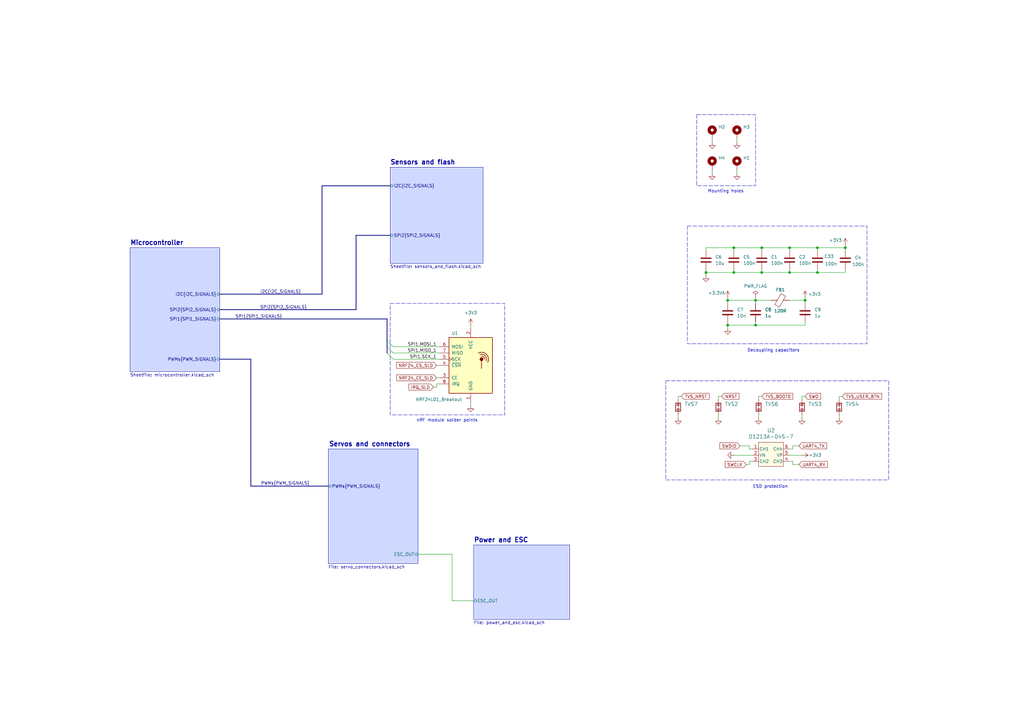
<source format=kicad_sch>
(kicad_sch (version 20250114) (generator "eeschema") (generator_version "9.0")
  (paper "A3")
  (lib_symbols
    (symbol "Device:C" (pin_numbers (hide yes)) (pin_names (offset 0.254))
      (property "Reference" "C" (at 0.635 2.54 0))
      (property "Value" "C" (at 0.635 -2.54 0))
      (symbol "C_0_1"
        (polyline (pts (xy -2.032 0.762) (xy 2.032 0.762)) (stroke (width 0.508)))
        (polyline (pts (xy -2.032 -0.762) (xy 2.032 -0.762)) (stroke (width 0.508)))
      )
      (symbol "C_1_1"
        (pin passive line (at 0 3.81 270) (length 2.794) (name "~") (number "1"))
        (pin passive line (at 0 -3.81 90) (length 2.794) (name "~") (number "2"))
      )
    )
    (symbol "Device:FerriteBead" (pin_numbers (hide yes)) (pin_names (offset 0))
      (property "Reference" "FB" (at -3.81 0.635 90))
      (property "Value" "FerriteBead" (at 3.81 0 90))
      (symbol "FerriteBead_0_1"
        (polyline (pts (xy -2.7686 0.4064) (xy -1.7018 2.2606) (xy 2.7686 -0.3048) (xy 1.6764 -2.159) (xy -2.7686 0.4064)))
        (polyline (pts (xy 0 1.27) (xy 0 1.2954)))
        (polyline (pts (xy 0 -1.27) (xy 0 -1.2192)))
      )
      (symbol "FerriteBead_1_1"
        (pin passive line (at 0 3.81 270) (length 2.54) (name "~") (number "1"))
        (pin passive line (at 0 -3.81 90) (length 2.54) (name "~") (number "2"))
      )
    )
    (symbol "Mechanical:MountingHole_Pad" (pin_numbers (hide yes)) (pin_names (offset 1.016) (hide yes)) (in_bom no)
      (property "Reference" "H" (at 0 6.35 0))
      (property "Value" "MountingHole_Pad" (at 0 4.445 0))
      (symbol "MountingHole_Pad_0_1"
        (circle (center 0 1.27) (radius 1.27) (stroke (width 1.27)))
      )
      (symbol "MountingHole_Pad_1_1"
        (pin input line (at 0 -2.54 90) (length 2.54) (name "1") (number "1"))
      )
    )
    (symbol "RF:NRF24L01_Breakout" (pin_names (offset 1.016))
      (property "Reference" "U" (at -8.89 12.7 0))
      (property "Value" "NRF24L01_Breakout" (at 3.81 12.7 0))
      (symbol "NRF24L01_Breakout_0_1"
        (rectangle (start -8.89 11.43) (end 8.89 -11.43) (stroke (width 0.254)) (fill (type background)))
        (arc (start 3.175 5.08) (mid 6.453 4.548) (end 6.985 1.27) (stroke (width 0.254)))
        (circle (center 4.445 2.54) (radius 0.635) (stroke (width 0.254)) (fill (type outline)))
        (polyline (pts (xy 4.445 1.905) (xy 4.445 -1.27)) (stroke (width 0.254)))
        (arc (start 3.81 4.445) (mid 5.8835 3.9785) (end 6.35 1.905) (stroke (width 0.254)))
        (arc (start 4.445 3.81) (mid 5.3558 3.4508) (end 5.715 2.54) (stroke (width 0.254)))
      )
      (symbol "NRF24L01_Breakout_1_1"
        (pin input line (at -12.7 7.62 0) (length 3.81) (name "MOSI") (number "6"))
        (pin output line (at -12.7 5.08 0) (length 3.81) (name "MISO") (number "7"))
        (pin input clock (at -12.7 2.54 0) (length 3.81) (name "SCK") (number "5"))
        (pin input line (at -12.7 0 0) (length 3.81) (name "~{CSN}") (number "4"))
        (pin input line (at -12.7 -5.08 0) (length 3.81) (name "CE") (number "3"))
        (pin output line (at -12.7 -7.62 0) (length 3.81) (name "IRQ") (number "8"))
        (pin power_in line (at 0 15.24 270) (length 3.81) (name "VCC") (number "2"))
        (pin power_in line (at 0 -15.24 90) (length 3.81) (name "GND") (number "1"))
      )
    )
    (symbol "gambos-symbols:D1213A-04S-7" (pin_names (offset 0.254))
      (property "Reference" "U" (at 15.24 -20.066 0))
      (property "Value" "D1213A-04S-7" (at 16.256 -33.274 0))
      (symbol "D1213A-04S-7_0_1"
        (pin power_in line (at 7.62 -26.67 0) (length 2.54) (name "VN") (number "2"))
        (pin power_in line (at 22.86 -26.67 180) (length 2.54) (name "VP") (number "5"))
      )
      (symbol "D1213A-04S-7_1_1"
        (rectangle (start 10.16 -21.336) (end 20.32 -31.242) (fill (type color) (color 255 252 229 1)))
        (pin passive line (at 7.62 -24.13 0) (length 2.54) (name "CH1") (number "1"))
        (pin passive line (at 7.62 -29.21 0) (length 2.54) (name "CH2") (number "3"))
        (pin passive line (at 22.86 -24.13 180) (length 2.54) (name "CH4") (number "6"))
        (pin passive line (at 22.86 -29.21 180) (length 2.54) (name "CH3") (number "4"))
      )
    )
    (symbol "gambos-symbols:DESD5V0U1BA-7" (pin_numbers (hide yes)) (pin_names (offset 0.254))
      (property "Reference" "TVS" (at 11.938 2.54 0))
      (property "Value" "DESD5V0U1BA-7" (at 12.446 -4.826 0))
      (symbol "DESD5V0U1BA-7_0_1"
        (polyline (pts (xy 10.414 0) (xy 10.922 0)) (stroke (width 0.127)))
        (polyline (pts (xy 10.414 -1.016) (xy 13.716 -1.016)) (stroke (width 0.254)))
        (polyline (pts (xy 10.922 0.508) (xy 10.668 0.762)) (stroke (width 0.127)))
        (polyline (pts (xy 10.922 0) (xy 11.43 0.508)) (stroke (width 0.127)))
        (polyline (pts (xy 10.922 -0.508) (xy 10.922 0.508)) (stroke (width 0.127)))
        (polyline (pts (xy 10.922 -0.508) (xy 11.176 -0.762)) (stroke (width 0.127)))
        (polyline (pts (xy 11.43 0.508) (xy 11.43 -0.508)) (stroke (width 0.127)))
        (polyline (pts (xy 11.43 -0.508) (xy 10.922 0)) (stroke (width 0.127)))
        (polyline (pts (xy 12.7 0.508) (xy 12.7 -0.508)) (stroke (width 0.127)))
        (polyline (pts (xy 12.7 0.508) (xy 13.208 0)) (stroke (width 0.127)))
        (polyline (pts (xy 12.7 0) (xy 11.43 0)) (stroke (width 0.127)))
        (polyline (pts (xy 13.208 0.508) (xy 12.954 0.762)) (stroke (width 0.127)))
        (polyline (pts (xy 13.208 0.508) (xy 13.208 -0.508)) (stroke (width 0.127)))
        (polyline (pts (xy 13.208 0) (xy 12.7 -0.508)) (stroke (width 0.127)))
        (polyline (pts (xy 13.208 0) (xy 13.716 0)) (stroke (width 0.127)))
        (polyline (pts (xy 13.208 -0.508) (xy 13.462 -0.762)) (stroke (width 0.127)))
        (polyline (pts (xy 13.716 1.016) (xy 10.414 1.016)) (stroke (width 0.254)))
        (polyline (pts (xy 13.716 -1.016) (xy 13.716 1.016)) (stroke (width 0.254)))
      )
      (symbol "DESD5V0U1BA-7_1_1"
        (polyline (pts (xy 10.414 1.016) (xy 10.414 -1.016)) (stroke (width 0.254)))
        (pin passive line (at 8.89 0 0) (length 2.54) (name "") (number "1"))
        (pin passive line (at 15.24 0 180) (length 2.54) (name "") (number "2"))
      )
    )
    (symbol "power:+3.3VA" (power) (pin_numbers (hide yes)) (pin_names (offset 0) (hide yes))
      (property "Value" "+3.3VA" (at 0 3.556 0))
      (symbol "+3.3VA_0_1"
        (polyline (pts (xy -0.762 1.27) (xy 0 2.54)))
        (polyline (pts (xy 0 2.54) (xy 0.762 1.27)))
        (polyline (pts (xy 0 0) (xy 0 2.54)))
      )
      (symbol "+3.3VA_1_1"
        (pin power_in line (at 0 0 90) (length 0) (name "~") (number "1"))
      )
    )
    (symbol "power:+3V3" (power) (pin_numbers (hide yes)) (pin_names (offset 0) (hide yes))
      (property "Value" "+3V3" (at 0 3.556 0))
      (symbol "+3V3_0_1"
        (polyline (pts (xy -0.762 1.27) (xy 0 2.54)))
        (polyline (pts (xy 0 2.54) (xy 0.762 1.27)))
        (polyline (pts (xy 0 0) (xy 0 2.54)))
      )
      (symbol "+3V3_1_1"
        (pin power_in line (at 0 0 90) (length 0) (name "~") (number "1"))
      )
    )
    (symbol "power:GND" (power) (pin_numbers (hide yes)) (pin_names (offset 0) (hide yes))
      (property "Value" "GND" (at 0 -3.81 0))
      (symbol "GND_0_1"
        (polyline (pts (xy 0 0) (xy 0 -1.27) (xy 1.27 -1.27) (xy 0 -2.54) (xy -1.27 -1.27) (xy 0 -1.27)))
      )
      (symbol "GND_1_1"
        (pin power_in line (at 0 0 270) (length 0) (name "~") (number "1"))
      )
    )
    (symbol "power:PWR_FLAG" (power) (pin_numbers (hide yes)) (pin_names (offset 0) (hide yes))
      (property "Value" "PWR_FLAG" (at 0 3.81 0))
      (symbol "PWR_FLAG_0_0"
        (pin power_out line (at 0 0 90) (length 0) (name "~") (number "1"))
      )
      (symbol "PWR_FLAG_0_1"
        (polyline (pts (xy 0 0) (xy 0 1.27) (xy -1.016 1.905) (xy 0 2.54) (xy 1.016 1.905) (xy 0 1.27)))
      )
    )
  )
  (bus_alias "I2C_SIGNALS" (members "SDA" "SCL"))
  (bus_alias "PWM_SIGNALS" (members "SERVO1_IN" "SERVO2_IN" "SERVO3_IN" "SERVO4_IN" "SERVO5_IN" "ESC_IN"))
  (bus_alias "SPI1_SIGNALS" (members "MOSI_1" "MISO_1" "SCK_1"))
  (rectangle (start 273.05 156.21) (end 364.49 196.85) (stroke (width 0) (type dash)))
  (rectangle (start 285.75 46.99) (end 309.88 76.2) (stroke (width 0) (type dash)))
  (rectangle (start 281.94 92.71) (end 355.6 140.97) (stroke (width 0) (type dash)))
  (rectangle (start 160.02 124.46) (end 207.01 170.18) (stroke (width 0) (type dash)))
  (text "ESD protection" (at 315.976 199.644 0) (effects (font (size 1.27 1.27) (thickness 0.1588))))
  (text "Mounting holes" (at 297.688 78.486 0) (effects (font (size 1.27 1.27))))
  (text "nRF module solder points" (at 183.388 172.466 0) (effects (font (size 1.27 1.27))))
  (text "Decoupling capacitors" (at 317.246 143.764 0) (effects (font (size 1.27 1.27) (thickness 0.1588))))
  (junction (at 300.99 111.76))
  (junction (at 330.2 123.19))
  (junction (at 346.71 101.6))
  (junction (at 289.56 111.76))
  (junction (at 300.99 101.6))
  (junction (at 335.28 111.76))
  (junction (at 298.45 123.19))
  (junction (at 335.28 101.6))
  (junction (at 309.88 123.19))
  (junction (at 323.85 101.6))
  (junction (at 298.45 133.35))
  (junction (at 312.42 111.76))
  (junction (at 309.88 133.35))
  (junction (at 312.42 101.6))
  (junction (at 323.85 111.76))
  (bus_entry (at 158.75 144.78) (size 2.54 2.54))
  (bus_entry (at 158.75 142.24) (size 2.54 2.54))
  (bus_entry (at 158.75 139.7) (size 2.54 2.54))
  (bus (pts (xy 90.17 127) (xy 146.05 127)))
  (wire (pts (xy 300.99 101.6) (xy 312.42 101.6)))
  (wire (pts (xy 307.34 184.15) (xy 307.34 182.88)))
  (wire (pts (xy 323.85 110.49) (xy 323.85 111.76)))
  (wire (pts (xy 289.56 101.6) (xy 300.99 101.6)))
  (wire (pts (xy 300.99 111.76) (xy 312.42 111.76)))
  (wire (pts (xy 161.29 142.24) (xy 180.34 142.24)))
  (wire (pts (xy 309.88 132.08) (xy 309.88 133.35)))
  (wire (pts (xy 300.99 110.49) (xy 300.99 111.76)))
  (wire (pts (xy 179.07 149.86) (xy 180.34 149.86)))
  (wire (pts (xy 311.15 170.18) (xy 311.15 171.45)))
  (wire (pts (xy 302.26 71.12) (xy 302.26 69.85)))
  (wire (pts (xy 289.56 110.49) (xy 289.56 111.76)))
  (wire (pts (xy 289.56 111.76) (xy 289.56 113.03)))
  (wire (pts (xy 330.2 132.08) (xy 330.2 133.35)))
  (wire (pts (xy 294.64 162.56) (xy 295.91 162.56)))
  (wire (pts (xy 193.04 165.1) (xy 193.04 166.37)))
  (bus (pts (xy 132.08 76.2) (xy 132.08 120.65)))
  (wire (pts (xy 292.1 58.42) (xy 292.1 57.15)))
  (bus (pts (xy 146.05 96.52) (xy 160.02 96.52)))
  (wire (pts (xy 325.12 189.23) (xy 323.85 189.23)))
  (wire (pts (xy 292.1 71.12) (xy 292.1 69.85)))
  (wire (pts (xy 330.2 121.92) (xy 330.2 123.19)))
  (wire (pts (xy 325.12 182.88) (xy 325.12 184.15)))
  (wire (pts (xy 161.29 144.78) (xy 180.34 144.78)))
  (bus (pts (xy 158.75 139.7) (xy 158.75 142.24)))
  (wire (pts (xy 309.88 133.35) (xy 330.2 133.35)))
  (wire (pts (xy 344.17 162.56) (xy 344.17 163.83)))
  (wire (pts (xy 325.12 190.5) (xy 325.12 189.23)))
  (bus (pts (xy 90.17 130.81) (xy 158.75 130.81)))
  (wire (pts (xy 185.42 246.38) (xy 194.31 246.38)))
  (wire (pts (xy 300.99 101.6) (xy 300.99 102.87)))
  (wire (pts (xy 309.88 123.19) (xy 316.23 123.19)))
  (wire (pts (xy 309.88 123.19) (xy 309.88 124.46)))
  (bus (pts (xy 160.02 76.2) (xy 132.08 76.2)))
  (wire (pts (xy 185.42 246.38) (xy 185.42 227.33)))
  (wire (pts (xy 346.71 110.49) (xy 346.71 111.76)))
  (wire (pts (xy 302.26 58.42) (xy 302.26 57.15)))
  (bus (pts (xy 146.05 127) (xy 146.05 96.52)))
  (wire (pts (xy 306.07 190.5) (xy 307.34 190.5)))
  (wire (pts (xy 308.61 186.69) (xy 300.99 186.69)))
  (wire (pts (xy 323.85 101.6) (xy 323.85 102.87)))
  (bus (pts (xy 102.87 147.32) (xy 102.87 199.39)))
  (wire (pts (xy 298.45 124.46) (xy 298.45 123.19)))
  (wire (pts (xy 323.85 186.69) (xy 328.93 186.69)))
  (bus (pts (xy 90.17 147.32) (xy 102.87 147.32)))
  (wire (pts (xy 177.8 158.75) (xy 179.07 158.75)))
  (wire (pts (xy 298.45 133.35) (xy 298.45 132.08)))
  (wire (pts (xy 179.07 154.94) (xy 180.34 154.94)))
  (wire (pts (xy 328.93 162.56) (xy 328.93 163.83)))
  (wire (pts (xy 193.04 133.35) (xy 193.04 134.62)))
  (wire (pts (xy 298.45 133.35) (xy 298.45 134.62)))
  (wire (pts (xy 325.12 190.5) (xy 327.66 190.5)))
  (wire (pts (xy 294.64 170.18) (xy 294.64 171.45)))
  (wire (pts (xy 303.53 182.88) (xy 307.34 182.88)))
  (wire (pts (xy 309.88 133.35) (xy 298.45 133.35)))
  (wire (pts (xy 335.28 101.6) (xy 335.28 102.87)))
  (wire (pts (xy 323.85 111.76) (xy 335.28 111.76)))
  (wire (pts (xy 307.34 189.23) (xy 308.61 189.23)))
  (wire (pts (xy 344.17 170.18) (xy 344.17 171.45)))
  (wire (pts (xy 328.93 170.18) (xy 328.93 171.45)))
  (wire (pts (xy 323.85 123.19) (xy 330.2 123.19)))
  (wire (pts (xy 179.07 157.48) (xy 180.34 157.48)))
  (wire (pts (xy 298.45 121.92) (xy 298.45 123.19)))
  (wire (pts (xy 312.42 162.56) (xy 311.15 162.56)))
  (bus (pts (xy 102.87 199.39) (xy 134.62 199.39)))
  (wire (pts (xy 289.56 102.87) (xy 289.56 101.6)))
  (wire (pts (xy 346.71 100.33) (xy 346.71 101.6)))
  (wire (pts (xy 294.64 162.56) (xy 294.64 163.83)))
  (wire (pts (xy 161.29 147.32) (xy 180.34 147.32)))
  (wire (pts (xy 185.42 227.33) (xy 171.45 227.33)))
  (wire (pts (xy 335.28 110.49) (xy 335.28 111.76)))
  (wire (pts (xy 309.88 121.92) (xy 309.88 123.19)))
  (wire (pts (xy 335.28 101.6) (xy 346.71 101.6)))
  (wire (pts (xy 179.07 158.75) (xy 179.07 157.48)))
  (wire (pts (xy 312.42 101.6) (xy 312.42 102.87)))
  (wire (pts (xy 346.71 102.87) (xy 346.71 101.6)))
  (wire (pts (xy 323.85 101.6) (xy 335.28 101.6)))
  (wire (pts (xy 278.13 162.56) (xy 278.13 163.83)))
  (wire (pts (xy 308.61 184.15) (xy 307.34 184.15)))
  (wire (pts (xy 325.12 182.88) (xy 327.66 182.88)))
  (wire (pts (xy 328.93 162.56) (xy 330.2 162.56)))
  (bus (pts (xy 158.75 142.24) (xy 158.75 144.78)))
  (bus (pts (xy 158.75 130.81) (xy 158.75 139.7)))
  (bus (pts (xy 90.17 120.65) (xy 132.08 120.65)))
  (wire (pts (xy 346.71 111.76) (xy 335.28 111.76)))
  (wire (pts (xy 298.45 123.19) (xy 309.88 123.19)))
  (wire (pts (xy 330.2 123.19) (xy 330.2 124.46)))
  (wire (pts (xy 312.42 111.76) (xy 323.85 111.76)))
  (wire (pts (xy 289.56 111.76) (xy 300.99 111.76)))
  (wire (pts (xy 312.42 101.6) (xy 323.85 101.6)))
  (wire (pts (xy 311.15 162.56) (xy 311.15 163.83)))
  (wire (pts (xy 312.42 110.49) (xy 312.42 111.76)))
  (wire (pts (xy 278.13 162.56) (xy 279.4 162.56)))
  (wire (pts (xy 344.17 162.56) (xy 345.44 162.56)))
  (wire (pts (xy 307.34 190.5) (xy 307.34 189.23)))
  (wire (pts (xy 278.13 170.18) (xy 278.13 171.45)))
  (wire (pts (xy 325.12 184.15) (xy 323.85 184.15)))
  (label "SPI1.MOSI_1" (at 179.07 142.24 180))
  (label "SPI1.SCK_1" (at 179.07 147.32 180))
  (label "I2C{I2C_SIGNALS}" (at 106.68 120.65 0))
  (label "PWMs{PWM_SIGNALS}" (at 106.9782 199.2257 0))
  (label "SPI1{SPI1_SIGNALS}" (at 96.52 130.81 0))
  (label "SPI1.MISO_1" (at 179.07 144.78 180))
  (label "SPI2{SPI2_SIGNALS}" (at 106.68 127 0))
  (global_label "SWO" (shape input) (at 330.2 162.56 0) (property "Intersheetrefs" "${INTERSHEET_REFS}" (effects (hide yes))))
  (global_label "NRF24_CE_SLD" (shape input) (at 179.07 154.94 180) (property "Intersheetrefs" "${INTERSHEET_REFS}" (effects (hide yes))))
  (global_label "SWCLK" (shape input) (at 306.07 190.5 180) (property "Intersheetrefs" "${INTERSHEET_REFS}" (effects (hide yes))))
  (global_label "TVS_BOOT0" (shape input) (at 312.42 162.56 0) (property "Intersheetrefs" "${INTERSHEET_REFS}" (effects (hide yes))))
  (global_label "NRST" (shape input) (at 295.91 162.56 0) (property "Intersheetrefs" "${INTERSHEET_REFS}" (effects (hide yes))))
  (global_label "IRQ_SLD" (shape input) (at 177.8 158.75 180) (property "Intersheetrefs" "${INTERSHEET_REFS}" (effects (hide yes))))
  (global_label "NRF24_CS_SLD" (shape input) (at 179.07 149.86 180) (property "Intersheetrefs" "${INTERSHEET_REFS}" (effects (hide yes))))
  (global_label "UART4_RX" (shape input) (at 327.66 190.5 0) (property "Intersheetrefs" "${INTERSHEET_REFS}" (effects (hide yes))))
  (global_label "TVS_NRST" (shape input) (at 279.4 162.56 0) (property "Intersheetrefs" "${INTERSHEET_REFS}" (effects (hide yes))))
  (global_label "UART4_TX" (shape input) (at 327.66 182.88 0) (property "Intersheetrefs" "${INTERSHEET_REFS}" (effects (hide yes))))
  (global_label "TVS_USER_BTN" (shape input) (at 345.44 162.56 0) (property "Intersheetrefs" "${INTERSHEET_REFS}" (effects (hide yes))))
  (global_label "SWDIO" (shape input) (at 303.53 182.88 180) (property "Intersheetrefs" "${INTERSHEET_REFS}" (effects (hide yes))))
  (symbol (lib_id "gambos-symbols:DESD5V0U1BA-7") (at 344.17 179.07 90) (unit 1)
    (property "Reference" "TVS4" (at 346.71 165.7349 90) (effects (font (size 1.524 1.524)) (justify right)))
    (property "Value" "DESD5V0U1BA-7" (effects (hide yes)))
    (property "Footprint" "gambos-pcb:DESD5V0U1BA-7" (effects (hide yes)))
    (property "Datasheet" "https://www.digikey.com/en/products/detail/diodes-incorporated/DESD5V0U1BA-7/5371876" (effects (hide yes)))
  )
  (symbol (lib_id "Device:C") (at 300.99 106.68 0) (unit 1)
    (property "Reference" "C5" (at 304.8 105.4099 0) (effects (justify left)))
    (property "Value" "100n" (at 304.8 107.9499 0) (effects (justify left)))
    (property "Footprint" "Capacitor_SMD:C_0603_1608Metric" (effects (hide yes)))
    (property "Description" "Unpolarized capacitor" (effects (hide yes)))
  )
  (symbol (lib_id "Device:C") (at 309.88 128.27 0) (unit 1)
    (property "Reference" "C8" (at 313.69 126.9999 0) (effects (justify left)))
    (property "Value" "1u" (at 313.69 129.5399 0) (effects (justify left)))
    (property "Footprint" "Capacitor_SMD:C_0603_1608Metric" (effects (hide yes)))
    (property "Description" "Unpolarized capacitor" (effects (hide yes)))
  )
  (symbol (lib_id "power:+3V3") (at 193.04 133.35 0) (mirror y) (unit 1)
    (property "Reference" "#PWR059" (effects (hide yes)))
    (property "Value" "+3V3" (at 193.04 128.27 0))
    (property "Description" "Power symbol creates a global label with name \"+3V3\"" (effects (hide yes)))
  )
  (symbol (lib_id "Mechanical:MountingHole_Pad") (at 292.1 54.61 0) (unit 1) (in_bom no)
    (property "Reference" "H2" (at 294.64 52.0699 0) (effects (justify left)))
    (property "Value" "MountingHole_Pad" (effects (hide yes)))
    (property "Footprint" "MountingHole:MountingHole_2.2mm_M2_DIN965_Pad" (effects (hide yes)))
    (property "Description" "Mounting Hole with connection" (effects (hide yes)))
  )
  (symbol (lib_id "gambos-symbols:DESD5V0U1BA-7") (at 311.15 179.07 90) (unit 1)
    (property "Reference" "TVS6" (at 313.69 165.7349 90) (effects (font (size 1.524 1.524)) (justify right)))
    (property "Value" "DESD5V0U1BA-7" (effects (hide yes)))
    (property "Footprint" "gambos-pcb:DESD5V0U1BA-7" (effects (hide yes)))
    (property "Datasheet" "https://www.digikey.com/en/products/detail/diodes-incorporated/DESD5V0U1BA-7/5371876" (effects (hide yes)))
  )
  (symbol (lib_id "gambos-symbols:DESD5V0U1BA-7") (at 328.93 179.07 90) (unit 1)
    (property "Reference" "TVS3" (at 331.47 165.7349 90) (effects (font (size 1.524 1.524)) (justify right)))
    (property "Value" "DESD5V0U1BA-7" (effects (hide yes)))
    (property "Footprint" "gambos-pcb:DESD5V0U1BA-7" (effects (hide yes)))
    (property "Datasheet" "https://www.digikey.com/en/products/detail/diodes-incorporated/DESD5V0U1BA-7/5371876" (effects (hide yes)))
  )
  (symbol (lib_id "Mechanical:MountingHole_Pad") (at 292.1 67.31 0) (unit 1) (in_bom no)
    (property "Reference" "H4" (at 294.64 64.7699 0) (effects (justify left)))
    (property "Value" "MountingHole_Pad" (effects (hide yes)))
    (property "Footprint" "MountingHole:MountingHole_2.2mm_M2_DIN965_Pad" (effects (hide yes)))
    (property "Description" "Mounting Hole with connection" (effects (hide yes)))
  )
  (symbol (lib_id "RF:NRF24L01_Breakout") (at 193.04 149.86 0) (unit 1)
    (property "Reference" "U1" (at 185.166 136.652 0) (effects (justify left)))
    (property "Value" "NRF24L01_Breakout" (at 170.434 163.83 0) (effects (justify left)))
    (property "Footprint" "RF_Module:nRF24L01_Breakout" (effects (hide yes)))
    (property "Datasheet" "http://www.nordicsemi.com/eng/content/download/2730/34105/file/nRF24L01_Product_Specification_v2_0.pdf" (effects (hide yes)))
    (property "Description" "Ultra low power 2.4GHz RF Transceiver, Carrier PCB" (effects (hide yes)))
  )
  (symbol (lib_id "power:GND") (at 289.56 113.03 0) (unit 1)
    (property "Reference" "#PWR03" (effects (hide yes)))
    (property "Value" "GND" (effects (hide yes)))
    (property "Description" "Power symbol creates a global label with name \"GND\" , ground" (effects (hide yes)))
  )
  (symbol (lib_id "power:+3.3VA") (at 298.45 121.92 0) (unit 1)
    (property "Reference" "#PWR012" (effects (hide yes)))
    (property "Value" "+3.3VA" (at 293.878 120.142 0))
    (property "Description" "Power symbol creates a global label with name \"+3.3VA\"" (effects (hide yes)))
  )
  (symbol (lib_id "Device:C") (at 312.42 106.68 0) (unit 1)
    (property "Reference" "C1" (at 316.23 105.4099 0) (effects (justify left)))
    (property "Value" "100n" (at 316.23 107.9499 0) (effects (justify left)))
    (property "Footprint" "Capacitor_SMD:C_0603_1608Metric" (effects (hide yes)))
    (property "Description" "Unpolarized capacitor" (effects (hide yes)))
  )
  (symbol (lib_id "power:GND") (at 302.26 71.12 0) (unit 1)
    (property "Reference" "#PWR065" (effects (hide yes)))
    (property "Value" "GND" (effects (hide yes)))
    (property "Description" "Power symbol creates a global label with name \"GND\" , ground" (effects (hide yes)))
  )
  (symbol (lib_id "power:GND") (at 302.26 58.42 0) (unit 1)
    (property "Reference" "#PWR067" (effects (hide yes)))
    (property "Value" "GND" (effects (hide yes)))
    (property "Description" "Power symbol creates a global label with name \"GND\" , ground" (effects (hide yes)))
  )
  (symbol (lib_id "Device:C") (at 330.2 128.27 0) (unit 1)
    (property "Reference" "C9" (at 334.01 126.9999 0) (effects (justify left)))
    (property "Value" "1u" (at 334.01 129.5399 0) (effects (justify left)))
    (property "Footprint" "Capacitor_SMD:C_0603_1608Metric" (effects (hide yes)))
    (property "Description" "Unpolarized capacitor" (effects (hide yes)))
  )
  (symbol (lib_id "power:GND") (at 328.93 171.45 0) (unit 1)
    (property "Reference" "#PWR077" (effects (hide yes)))
    (property "Value" "GND" (effects (hide yes)))
    (property "Description" "Power symbol creates a global label with name \"GND\" , ground" (effects (hide yes)))
  )
  (symbol (lib_id "gambos-symbols:DESD5V0U1BA-7") (at 278.13 179.07 90) (unit 1)
    (property "Reference" "TVS7" (at 280.67 165.7349 90) (effects (font (size 1.524 1.524)) (justify right)))
    (property "Value" "DESD5V0U1BA-7" (effects (hide yes)))
    (property "Footprint" "gambos-pcb:DESD5V0U1BA-7" (effects (hide yes)))
    (property "Datasheet" "https://www.digikey.com/en/products/detail/diodes-incorporated/DESD5V0U1BA-7/5371876" (effects (hide yes)))
  )
  (symbol (lib_id "Device:C") (at 298.45 128.27 0) (unit 1)
    (property "Reference" "C7" (at 302.26 126.9999 0) (effects (justify left)))
    (property "Value" "10n" (at 302.26 129.5399 0) (effects (justify left)))
    (property "Footprint" "Capacitor_SMD:C_0603_1608Metric" (effects (hide yes)))
    (property "Description" "Unpolarized capacitor" (effects (hide yes)))
  )
  (symbol (lib_id "Device:C") (at 323.85 106.68 0) (unit 1)
    (property "Reference" "C2" (at 327.66 105.4099 0) (effects (justify left)))
    (property "Value" "100n" (at 327.66 107.9499 0) (effects (justify left)))
    (property "Footprint" "Capacitor_SMD:C_0603_1608Metric" (effects (hide yes)))
    (property "Description" "Unpolarized capacitor" (effects (hide yes)))
  )
  (symbol (lib_id "gambos-symbols:DESD5V0U1BA-7") (at 294.64 179.07 90) (unit 1)
    (property "Reference" "TVS2" (at 297.18 165.7349 90) (effects (font (size 1.524 1.524)) (justify right)))
    (property "Value" "DESD5V0U1BA-7" (effects (hide yes)))
    (property "Footprint" "gambos-pcb:DESD5V0U1BA-7" (effects (hide yes)))
    (property "Datasheet" "https://www.digikey.com/en/products/detail/diodes-incorporated/DESD5V0U1BA-7/5371876" (effects (hide yes)))
  )
  (symbol (lib_id "Mechanical:MountingHole_Pad") (at 302.26 54.61 0) (unit 1) (in_bom no)
    (property "Reference" "H3" (at 304.8 52.0699 0) (effects (justify left)))
    (property "Value" "MountingHole_Pad" (effects (hide yes)))
    (property "Footprint" "MountingHole:MountingHole_2.2mm_M2_DIN965_Pad" (effects (hide yes)))
    (property "Description" "Mounting Hole with connection" (effects (hide yes)))
  )
  (symbol (lib_id "power:GND") (at 344.17 171.45 0) (unit 1)
    (property "Reference" "#PWR074" (effects (hide yes)))
    (property "Value" "GND" (effects (hide yes)))
    (property "Description" "Power symbol creates a global label with name \"GND\" , ground" (effects (hide yes)))
  )
  (symbol (lib_id "Device:C") (at 346.71 106.68 0) (unit 1)
    (property "Reference" "C4" (at 350.52 105.664 0) (effects (justify left)))
    (property "Value" "100n" (at 349.504 108.458 0) (effects (justify left)))
    (property "Footprint" "Capacitor_SMD:C_0603_1608Metric" (effects (hide yes)))
    (property "Description" "Unpolarized capacitor" (effects (hide yes)))
  )
  (symbol (lib_id "power:+3V3") (at 346.71 100.33 0) (unit 1)
    (property "Reference" "#PWR010" (effects (hide yes)))
    (property "Value" "+3V3" (at 342.646 98.552 0))
    (property "Description" "Power symbol creates a global label with name \"+3V3\"" (effects (hide yes)))
  )
  (symbol (lib_id "Device:C") (at 335.28 106.68 0) (unit 1)
    (property "Reference" "C33" (at 338.074 105.156 0) (effects (justify left)))
    (property "Value" "100n" (at 338.328 108.204 0) (effects (justify left)))
    (property "Footprint" "Capacitor_SMD:C_0603_1608Metric" (effects (hide yes)))
    (property "Description" "Unpolarized capacitor" (effects (hide yes)))
  )
  (symbol (lib_id "gambos-symbols:D1213A-04S-7") (at 300.99 160.02 0) (unit 1)
    (property "Reference" "U2" (at 316.23 176.53 0) (effects (font (size 1.524 1.524))))
    (property "Value" "D1213A-04S-7" (at 316.23 179.07 0) (effects (font (size 1.524 1.524))))
    (property "Footprint" "gambos-pcb:D1213A-04S-7" (effects (hide yes)))
    (property "Datasheet" "https://www.digikey.com/en/products/detail/diodes-incorporated/D1213A-04S-7/3340449" (effects (hide yes)))
  )
  (symbol (lib_id "power:GND") (at 292.1 58.42 0) (unit 1)
    (property "Reference" "#PWR066" (effects (hide yes)))
    (property "Value" "GND" (effects (hide yes)))
    (property "Description" "Power symbol creates a global label with name \"GND\" , ground" (effects (hide yes)))
  )
  (symbol (lib_id "power:GND") (at 294.64 171.45 0) (unit 1)
    (property "Reference" "#PWR072" (effects (hide yes)))
    (property "Value" "GND" (effects (hide yes)))
    (property "Description" "Power symbol creates a global label with name \"GND\" , ground" (effects (hide yes)))
  )
  (symbol (lib_id "Device:C") (at 289.56 106.68 0) (unit 1)
    (property "Reference" "C6" (at 293.37 105.4099 0) (effects (justify left)))
    (property "Value" "10u" (at 293.37 107.9499 0) (effects (justify left)))
    (property "Footprint" "Capacitor_SMD:C_0603_1608Metric" (effects (hide yes)))
    (property "Description" "Unpolarized capacitor" (effects (hide yes)))
  )
  (symbol (lib_id "power:+3V3") (at 330.2 121.92 0) (unit 1)
    (property "Reference" "#PWR06" (effects (hide yes)))
    (property "Value" "+3V3" (at 334.01 120.65 0))
    (property "Description" "Power symbol creates a global label with name \"+3V3\"" (effects (hide yes)))
  )
  (symbol (lib_id "power:GND") (at 193.04 166.37 0) (mirror y) (unit 1)
    (property "Reference" "#PWR063" (effects (hide yes)))
    (property "Value" "GND" (effects (hide yes)))
    (property "Description" "Power symbol creates a global label with name \"GND\" , ground" (effects (hide yes)))
  )
  (symbol (lib_id "power:GND") (at 300.99 186.69 270) (unit 1)
    (property "Reference" "#PWR075" (effects (hide yes)))
    (property "Value" "GND" (effects (hide yes)))
    (property "Description" "Power symbol creates a global label with name \"GND\" , ground" (effects (hide yes)))
  )
  (symbol (lib_id "Device:FerriteBead") (at 320.04 123.19 90) (unit 1)
    (property "Reference" "FB1" (at 320.04 118.872 90))
    (property "Value" "120R" (at 320.04 127.508 90))
    (property "Footprint" "Inductor_SMD:L_0603_1608Metric" (effects (hide yes)))
    (property "Description" "Ferrite bead" (effects (hide yes)))
  )
  (symbol (lib_id "power:GND") (at 292.1 71.12 0) (unit 1)
    (property "Reference" "#PWR068" (effects (hide yes)))
    (property "Value" "GND" (effects (hide yes)))
    (property "Description" "Power symbol creates a global label with name \"GND\" , ground" (effects (hide yes)))
  )
  (symbol (lib_id "power:GND") (at 278.13 171.45 0) (unit 1)
    (property "Reference" "#PWR073" (effects (hide yes)))
    (property "Value" "GND" (effects (hide yes)))
    (property "Description" "Power symbol creates a global label with name \"GND\" , ground" (effects (hide yes)))
  )
  (symbol (lib_id "power:GND") (at 298.45 134.62 0) (unit 1)
    (property "Reference" "#PWR04" (effects (hide yes)))
    (property "Value" "GND" (effects (hide yes)))
    (property "Description" "Power symbol creates a global label with name \"GND\" , ground" (effects (hide yes)))
  )
  (symbol (lib_id "Mechanical:MountingHole_Pad") (at 302.26 67.31 0) (unit 1) (in_bom no)
    (property "Reference" "H1" (at 304.8 64.7699 0) (effects (justify left)))
    (property "Value" "MountingHole_Pad" (effects (hide yes)))
    (property "Footprint" "MountingHole:MountingHole_2.2mm_M2_DIN965_Pad" (effects (hide yes)))
    (property "Description" "Mounting Hole with connection" (effects (hide yes)))
  )
  (symbol (lib_id "power:+3V3") (at 328.93 186.69 270) (unit 1)
    (property "Reference" "#PWR076" (effects (hide yes)))
    (property "Value" "+3V3" (at 334.264 186.69 90))
    (property "Description" "Power symbol creates a global label with name \"+3V3\"" (effects (hide yes)))
  )
  (symbol (lib_id "power:PWR_FLAG") (at 309.88 121.92 0) (unit 1)
    (property "Reference" "#FLG01" (effects (hide yes)))
    (property "Value" "PWR_FLAG" (at 309.88 117.348 0))
    (property "Description" "Special symbol for telling ERC where power comes from" (effects (hide yes)))
  )
  (symbol (lib_id "power:GND") (at 311.15 171.45 0) (unit 1)
    (property "Reference" "#PWR071" (effects (hide yes)))
    (property "Value" "GND" (effects (hide yes)))
    (property "Description" "Power symbol creates a global label with name \"GND\" , ground" (effects (hide yes)))
  )
  (sheet (at 160.02 68.58) (size 38.1 39.37) (stroke (width 0.1524) (color 8 8 162 1)) (fill (color 207 216 255 1.0000))
    (property "Sheetname" "Sensors and flash" (at 160.02 67.5509 0) (effects (font (size 1.905 1.905) (thickness 0.381) (bold yes)) (justify left bottom)))
    (property "Sheetfile" "sensors_and_flash.kicad_sch" (at 160.02 108.5346 0) (show_name yes) (effects (justify left top)))
    (pin "SPI2{SPI2_SIGNALS}" bidirectional (at 160.02 96.52 180))
    (pin "I2C{I2C_SIGNALS}" bidirectional (at 160.02 76.2 180))
  )
  (sheet (at 134.62 184.15) (size 36.83 46.99) (stroke (width 0.1524) (color 8 8 162 1)) (fill (color 207 216 255 1.0000))
    (property "Sheetname" "Servos and connectors" (at 134.874 183.134 0) (effects (font (size 1.905 1.905) (thickness 0.381) (bold yes)) (justify left bottom)))
    (property "Sheetfile" "servo_connectors.kicad_sch" (at 134.62 231.7246 0) (effects (justify left top)))
    (pin "ESC_OUT" bidirectional (at 171.45 227.33 0))
    (pin "PWMs{PWM_SIGNALS}" bidirectional (at 134.62 199.39 180))
  )
  (sheet (at 53.34 101.6) (size 36.83 50.8) (stroke (width 0.1524) (color 8 8 162 1)) (fill (color 207 216 255 1.0000))
    (property "Sheetname" "Microcontroller" (at 53.34 100.5709 0) (effects (font (size 1.905 1.905) (thickness 0.381) (bold yes)) (justify left bottom)))
    (property "Sheetfile" "microcontroller.kicad_sch" (at 53.34 152.9846 0) (show_name yes) (effects (justify left top)))
    (pin "SPI1{SPI1_SIGNALS}" bidirectional (at 90.17 130.81 0))
    (pin "SPI2{SPI2_SIGNALS}" bidirectional (at 90.17 127 0))
    (pin "I2C{I2C_SIGNALS}" bidirectional (at 90.17 120.65 0))
    (pin "PWMs{PWM_SIGNALS}" bidirectional (at 90.17 147.32 0))
  )
  (sheet (at 194.31 223.52) (size 39.37 30.48) (stroke (width 0.1524) (color 8 8 162 1)) (fill (color 207 216 255 1.0000))
    (property "Sheetname" "Power and ESC" (at 194.31 222.4909 0) (effects (font (size 1.905 1.905) (thickness 0.381) (bold yes)) (justify left bottom)))
    (property "Sheetfile" "power_and_esc.kicad_sch" (at 194.31 254.5846 0) (effects (justify left top)))
    (pin "ESC_OUT" bidirectional (at 194.31 246.38 180))
  )
)
</source>
